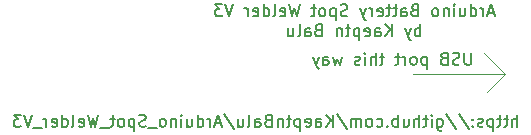
<source format=gbr>
G04 #@! TF.FileFunction,Legend,Bot*
%FSLAX46Y46*%
G04 Gerber Fmt 4.6, Leading zero omitted, Abs format (unit mm)*
G04 Created by KiCad (PCBNEW 4.0.4-stable) date 09/01/17 08:26:27*
%MOMM*%
%LPD*%
G01*
G04 APERTURE LIST*
%ADD10C,0.100000*%
%ADD11C,0.200000*%
G04 APERTURE END LIST*
D10*
X114750000Y-85000000D02*
X113250000Y-86500000D01*
X113000000Y-83250000D02*
X114750000Y-85000000D01*
X114750000Y-85000000D02*
X113000000Y-83250000D01*
X107000000Y-85000000D02*
X114750000Y-85000000D01*
D11*
X111892858Y-83202381D02*
X111892858Y-84011905D01*
X111845239Y-84107143D01*
X111797620Y-84154762D01*
X111702382Y-84202381D01*
X111511905Y-84202381D01*
X111416667Y-84154762D01*
X111369048Y-84107143D01*
X111321429Y-84011905D01*
X111321429Y-83202381D01*
X110892858Y-84154762D02*
X110750001Y-84202381D01*
X110511905Y-84202381D01*
X110416667Y-84154762D01*
X110369048Y-84107143D01*
X110321429Y-84011905D01*
X110321429Y-83916667D01*
X110369048Y-83821429D01*
X110416667Y-83773810D01*
X110511905Y-83726190D01*
X110702382Y-83678571D01*
X110797620Y-83630952D01*
X110845239Y-83583333D01*
X110892858Y-83488095D01*
X110892858Y-83392857D01*
X110845239Y-83297619D01*
X110797620Y-83250000D01*
X110702382Y-83202381D01*
X110464286Y-83202381D01*
X110321429Y-83250000D01*
X109559524Y-83678571D02*
X109416667Y-83726190D01*
X109369048Y-83773810D01*
X109321429Y-83869048D01*
X109321429Y-84011905D01*
X109369048Y-84107143D01*
X109416667Y-84154762D01*
X109511905Y-84202381D01*
X109892858Y-84202381D01*
X109892858Y-83202381D01*
X109559524Y-83202381D01*
X109464286Y-83250000D01*
X109416667Y-83297619D01*
X109369048Y-83392857D01*
X109369048Y-83488095D01*
X109416667Y-83583333D01*
X109464286Y-83630952D01*
X109559524Y-83678571D01*
X109892858Y-83678571D01*
X108130953Y-83535714D02*
X108130953Y-84535714D01*
X108130953Y-83583333D02*
X108035715Y-83535714D01*
X107845238Y-83535714D01*
X107750000Y-83583333D01*
X107702381Y-83630952D01*
X107654762Y-83726190D01*
X107654762Y-84011905D01*
X107702381Y-84107143D01*
X107750000Y-84154762D01*
X107845238Y-84202381D01*
X108035715Y-84202381D01*
X108130953Y-84154762D01*
X107083334Y-84202381D02*
X107178572Y-84154762D01*
X107226191Y-84107143D01*
X107273810Y-84011905D01*
X107273810Y-83726190D01*
X107226191Y-83630952D01*
X107178572Y-83583333D01*
X107083334Y-83535714D01*
X106940476Y-83535714D01*
X106845238Y-83583333D01*
X106797619Y-83630952D01*
X106750000Y-83726190D01*
X106750000Y-84011905D01*
X106797619Y-84107143D01*
X106845238Y-84154762D01*
X106940476Y-84202381D01*
X107083334Y-84202381D01*
X106321429Y-84202381D02*
X106321429Y-83535714D01*
X106321429Y-83726190D02*
X106273810Y-83630952D01*
X106226191Y-83583333D01*
X106130953Y-83535714D01*
X106035714Y-83535714D01*
X105845238Y-83535714D02*
X105464286Y-83535714D01*
X105702381Y-83202381D02*
X105702381Y-84059524D01*
X105654762Y-84154762D01*
X105559524Y-84202381D01*
X105464286Y-84202381D01*
X104511904Y-83535714D02*
X104130952Y-83535714D01*
X104369047Y-83202381D02*
X104369047Y-84059524D01*
X104321428Y-84154762D01*
X104226190Y-84202381D01*
X104130952Y-84202381D01*
X103797618Y-84202381D02*
X103797618Y-83202381D01*
X103369046Y-84202381D02*
X103369046Y-83678571D01*
X103416665Y-83583333D01*
X103511903Y-83535714D01*
X103654761Y-83535714D01*
X103749999Y-83583333D01*
X103797618Y-83630952D01*
X102892856Y-84202381D02*
X102892856Y-83535714D01*
X102892856Y-83202381D02*
X102940475Y-83250000D01*
X102892856Y-83297619D01*
X102845237Y-83250000D01*
X102892856Y-83202381D01*
X102892856Y-83297619D01*
X102464285Y-84154762D02*
X102369047Y-84202381D01*
X102178571Y-84202381D01*
X102083332Y-84154762D01*
X102035713Y-84059524D01*
X102035713Y-84011905D01*
X102083332Y-83916667D01*
X102178571Y-83869048D01*
X102321428Y-83869048D01*
X102416666Y-83821429D01*
X102464285Y-83726190D01*
X102464285Y-83678571D01*
X102416666Y-83583333D01*
X102321428Y-83535714D01*
X102178571Y-83535714D01*
X102083332Y-83583333D01*
X100940475Y-83535714D02*
X100749999Y-84202381D01*
X100559522Y-83726190D01*
X100369046Y-84202381D01*
X100178570Y-83535714D01*
X99369046Y-84202381D02*
X99369046Y-83678571D01*
X99416665Y-83583333D01*
X99511903Y-83535714D01*
X99702380Y-83535714D01*
X99797618Y-83583333D01*
X99369046Y-84154762D02*
X99464284Y-84202381D01*
X99702380Y-84202381D01*
X99797618Y-84154762D01*
X99845237Y-84059524D01*
X99845237Y-83964286D01*
X99797618Y-83869048D01*
X99702380Y-83821429D01*
X99464284Y-83821429D01*
X99369046Y-83773810D01*
X98988094Y-83535714D02*
X98749999Y-84202381D01*
X98511903Y-83535714D02*
X98749999Y-84202381D01*
X98845237Y-84440476D01*
X98892856Y-84488095D01*
X98988094Y-84535714D01*
X115785717Y-89452381D02*
X115785717Y-88452381D01*
X115357145Y-89452381D02*
X115357145Y-88928571D01*
X115404764Y-88833333D01*
X115500002Y-88785714D01*
X115642860Y-88785714D01*
X115738098Y-88833333D01*
X115785717Y-88880952D01*
X115023812Y-88785714D02*
X114642860Y-88785714D01*
X114880955Y-88452381D02*
X114880955Y-89309524D01*
X114833336Y-89404762D01*
X114738098Y-89452381D01*
X114642860Y-89452381D01*
X114452383Y-88785714D02*
X114071431Y-88785714D01*
X114309526Y-88452381D02*
X114309526Y-89309524D01*
X114261907Y-89404762D01*
X114166669Y-89452381D01*
X114071431Y-89452381D01*
X113738097Y-88785714D02*
X113738097Y-89785714D01*
X113738097Y-88833333D02*
X113642859Y-88785714D01*
X113452382Y-88785714D01*
X113357144Y-88833333D01*
X113309525Y-88880952D01*
X113261906Y-88976190D01*
X113261906Y-89261905D01*
X113309525Y-89357143D01*
X113357144Y-89404762D01*
X113452382Y-89452381D01*
X113642859Y-89452381D01*
X113738097Y-89404762D01*
X112880954Y-89404762D02*
X112785716Y-89452381D01*
X112595240Y-89452381D01*
X112500001Y-89404762D01*
X112452382Y-89309524D01*
X112452382Y-89261905D01*
X112500001Y-89166667D01*
X112595240Y-89119048D01*
X112738097Y-89119048D01*
X112833335Y-89071429D01*
X112880954Y-88976190D01*
X112880954Y-88928571D01*
X112833335Y-88833333D01*
X112738097Y-88785714D01*
X112595240Y-88785714D01*
X112500001Y-88833333D01*
X112023811Y-89357143D02*
X111976192Y-89404762D01*
X112023811Y-89452381D01*
X112071430Y-89404762D01*
X112023811Y-89357143D01*
X112023811Y-89452381D01*
X112023811Y-88833333D02*
X111976192Y-88880952D01*
X112023811Y-88928571D01*
X112071430Y-88880952D01*
X112023811Y-88833333D01*
X112023811Y-88928571D01*
X110833335Y-88404762D02*
X111690478Y-89690476D01*
X109785716Y-88404762D02*
X110642859Y-89690476D01*
X109023811Y-88785714D02*
X109023811Y-89595238D01*
X109071430Y-89690476D01*
X109119049Y-89738095D01*
X109214288Y-89785714D01*
X109357145Y-89785714D01*
X109452383Y-89738095D01*
X109023811Y-89404762D02*
X109119049Y-89452381D01*
X109309526Y-89452381D01*
X109404764Y-89404762D01*
X109452383Y-89357143D01*
X109500002Y-89261905D01*
X109500002Y-88976190D01*
X109452383Y-88880952D01*
X109404764Y-88833333D01*
X109309526Y-88785714D01*
X109119049Y-88785714D01*
X109023811Y-88833333D01*
X108547621Y-89452381D02*
X108547621Y-88785714D01*
X108547621Y-88452381D02*
X108595240Y-88500000D01*
X108547621Y-88547619D01*
X108500002Y-88500000D01*
X108547621Y-88452381D01*
X108547621Y-88547619D01*
X108214288Y-88785714D02*
X107833336Y-88785714D01*
X108071431Y-88452381D02*
X108071431Y-89309524D01*
X108023812Y-89404762D01*
X107928574Y-89452381D01*
X107833336Y-89452381D01*
X107500002Y-89452381D02*
X107500002Y-88452381D01*
X107071430Y-89452381D02*
X107071430Y-88928571D01*
X107119049Y-88833333D01*
X107214287Y-88785714D01*
X107357145Y-88785714D01*
X107452383Y-88833333D01*
X107500002Y-88880952D01*
X106166668Y-88785714D02*
X106166668Y-89452381D01*
X106595240Y-88785714D02*
X106595240Y-89309524D01*
X106547621Y-89404762D01*
X106452383Y-89452381D01*
X106309525Y-89452381D01*
X106214287Y-89404762D01*
X106166668Y-89357143D01*
X105690478Y-89452381D02*
X105690478Y-88452381D01*
X105690478Y-88833333D02*
X105595240Y-88785714D01*
X105404763Y-88785714D01*
X105309525Y-88833333D01*
X105261906Y-88880952D01*
X105214287Y-88976190D01*
X105214287Y-89261905D01*
X105261906Y-89357143D01*
X105309525Y-89404762D01*
X105404763Y-89452381D01*
X105595240Y-89452381D01*
X105690478Y-89404762D01*
X104785716Y-89357143D02*
X104738097Y-89404762D01*
X104785716Y-89452381D01*
X104833335Y-89404762D01*
X104785716Y-89357143D01*
X104785716Y-89452381D01*
X103880954Y-89404762D02*
X103976192Y-89452381D01*
X104166669Y-89452381D01*
X104261907Y-89404762D01*
X104309526Y-89357143D01*
X104357145Y-89261905D01*
X104357145Y-88976190D01*
X104309526Y-88880952D01*
X104261907Y-88833333D01*
X104166669Y-88785714D01*
X103976192Y-88785714D01*
X103880954Y-88833333D01*
X103309526Y-89452381D02*
X103404764Y-89404762D01*
X103452383Y-89357143D01*
X103500002Y-89261905D01*
X103500002Y-88976190D01*
X103452383Y-88880952D01*
X103404764Y-88833333D01*
X103309526Y-88785714D01*
X103166668Y-88785714D01*
X103071430Y-88833333D01*
X103023811Y-88880952D01*
X102976192Y-88976190D01*
X102976192Y-89261905D01*
X103023811Y-89357143D01*
X103071430Y-89404762D01*
X103166668Y-89452381D01*
X103309526Y-89452381D01*
X102547621Y-89452381D02*
X102547621Y-88785714D01*
X102547621Y-88880952D02*
X102500002Y-88833333D01*
X102404764Y-88785714D01*
X102261906Y-88785714D01*
X102166668Y-88833333D01*
X102119049Y-88928571D01*
X102119049Y-89452381D01*
X102119049Y-88928571D02*
X102071430Y-88833333D01*
X101976192Y-88785714D01*
X101833335Y-88785714D01*
X101738097Y-88833333D01*
X101690478Y-88928571D01*
X101690478Y-89452381D01*
X100500002Y-88404762D02*
X101357145Y-89690476D01*
X100166669Y-89452381D02*
X100166669Y-88452381D01*
X99595240Y-89452381D02*
X100023812Y-88880952D01*
X99595240Y-88452381D02*
X100166669Y-89023810D01*
X98738097Y-89452381D02*
X98738097Y-88928571D01*
X98785716Y-88833333D01*
X98880954Y-88785714D01*
X99071431Y-88785714D01*
X99166669Y-88833333D01*
X98738097Y-89404762D02*
X98833335Y-89452381D01*
X99071431Y-89452381D01*
X99166669Y-89404762D01*
X99214288Y-89309524D01*
X99214288Y-89214286D01*
X99166669Y-89119048D01*
X99071431Y-89071429D01*
X98833335Y-89071429D01*
X98738097Y-89023810D01*
X97880954Y-89404762D02*
X97976192Y-89452381D01*
X98166669Y-89452381D01*
X98261907Y-89404762D01*
X98309526Y-89309524D01*
X98309526Y-88928571D01*
X98261907Y-88833333D01*
X98166669Y-88785714D01*
X97976192Y-88785714D01*
X97880954Y-88833333D01*
X97833335Y-88928571D01*
X97833335Y-89023810D01*
X98309526Y-89119048D01*
X97404764Y-88785714D02*
X97404764Y-89785714D01*
X97404764Y-88833333D02*
X97309526Y-88785714D01*
X97119049Y-88785714D01*
X97023811Y-88833333D01*
X96976192Y-88880952D01*
X96928573Y-88976190D01*
X96928573Y-89261905D01*
X96976192Y-89357143D01*
X97023811Y-89404762D01*
X97119049Y-89452381D01*
X97309526Y-89452381D01*
X97404764Y-89404762D01*
X96642859Y-88785714D02*
X96261907Y-88785714D01*
X96500002Y-88452381D02*
X96500002Y-89309524D01*
X96452383Y-89404762D01*
X96357145Y-89452381D01*
X96261907Y-89452381D01*
X95928573Y-88785714D02*
X95928573Y-89452381D01*
X95928573Y-88880952D02*
X95880954Y-88833333D01*
X95785716Y-88785714D01*
X95642858Y-88785714D01*
X95547620Y-88833333D01*
X95500001Y-88928571D01*
X95500001Y-89452381D01*
X94690477Y-88928571D02*
X94547620Y-88976190D01*
X94500001Y-89023810D01*
X94452382Y-89119048D01*
X94452382Y-89261905D01*
X94500001Y-89357143D01*
X94547620Y-89404762D01*
X94642858Y-89452381D01*
X95023811Y-89452381D01*
X95023811Y-88452381D01*
X94690477Y-88452381D01*
X94595239Y-88500000D01*
X94547620Y-88547619D01*
X94500001Y-88642857D01*
X94500001Y-88738095D01*
X94547620Y-88833333D01*
X94595239Y-88880952D01*
X94690477Y-88928571D01*
X95023811Y-88928571D01*
X93595239Y-89452381D02*
X93595239Y-88928571D01*
X93642858Y-88833333D01*
X93738096Y-88785714D01*
X93928573Y-88785714D01*
X94023811Y-88833333D01*
X93595239Y-89404762D02*
X93690477Y-89452381D01*
X93928573Y-89452381D01*
X94023811Y-89404762D01*
X94071430Y-89309524D01*
X94071430Y-89214286D01*
X94023811Y-89119048D01*
X93928573Y-89071429D01*
X93690477Y-89071429D01*
X93595239Y-89023810D01*
X92976192Y-89452381D02*
X93071430Y-89404762D01*
X93119049Y-89309524D01*
X93119049Y-88452381D01*
X92166667Y-88785714D02*
X92166667Y-89452381D01*
X92595239Y-88785714D02*
X92595239Y-89309524D01*
X92547620Y-89404762D01*
X92452382Y-89452381D01*
X92309524Y-89452381D01*
X92214286Y-89404762D01*
X92166667Y-89357143D01*
X90976191Y-88404762D02*
X91833334Y-89690476D01*
X90690477Y-89166667D02*
X90214286Y-89166667D01*
X90785715Y-89452381D02*
X90452382Y-88452381D01*
X90119048Y-89452381D01*
X89785715Y-89452381D02*
X89785715Y-88785714D01*
X89785715Y-88976190D02*
X89738096Y-88880952D01*
X89690477Y-88833333D01*
X89595239Y-88785714D01*
X89500000Y-88785714D01*
X88738095Y-89452381D02*
X88738095Y-88452381D01*
X88738095Y-89404762D02*
X88833333Y-89452381D01*
X89023810Y-89452381D01*
X89119048Y-89404762D01*
X89166667Y-89357143D01*
X89214286Y-89261905D01*
X89214286Y-88976190D01*
X89166667Y-88880952D01*
X89119048Y-88833333D01*
X89023810Y-88785714D01*
X88833333Y-88785714D01*
X88738095Y-88833333D01*
X87833333Y-88785714D02*
X87833333Y-89452381D01*
X88261905Y-88785714D02*
X88261905Y-89309524D01*
X88214286Y-89404762D01*
X88119048Y-89452381D01*
X87976190Y-89452381D01*
X87880952Y-89404762D01*
X87833333Y-89357143D01*
X87357143Y-89452381D02*
X87357143Y-88785714D01*
X87357143Y-88452381D02*
X87404762Y-88500000D01*
X87357143Y-88547619D01*
X87309524Y-88500000D01*
X87357143Y-88452381D01*
X87357143Y-88547619D01*
X86880953Y-88785714D02*
X86880953Y-89452381D01*
X86880953Y-88880952D02*
X86833334Y-88833333D01*
X86738096Y-88785714D01*
X86595238Y-88785714D01*
X86500000Y-88833333D01*
X86452381Y-88928571D01*
X86452381Y-89452381D01*
X85833334Y-89452381D02*
X85928572Y-89404762D01*
X85976191Y-89357143D01*
X86023810Y-89261905D01*
X86023810Y-88976190D01*
X85976191Y-88880952D01*
X85928572Y-88833333D01*
X85833334Y-88785714D01*
X85690476Y-88785714D01*
X85595238Y-88833333D01*
X85547619Y-88880952D01*
X85500000Y-88976190D01*
X85500000Y-89261905D01*
X85547619Y-89357143D01*
X85595238Y-89404762D01*
X85690476Y-89452381D01*
X85833334Y-89452381D01*
X85309524Y-89547619D02*
X84547619Y-89547619D01*
X84357143Y-89404762D02*
X84214286Y-89452381D01*
X83976190Y-89452381D01*
X83880952Y-89404762D01*
X83833333Y-89357143D01*
X83785714Y-89261905D01*
X83785714Y-89166667D01*
X83833333Y-89071429D01*
X83880952Y-89023810D01*
X83976190Y-88976190D01*
X84166667Y-88928571D01*
X84261905Y-88880952D01*
X84309524Y-88833333D01*
X84357143Y-88738095D01*
X84357143Y-88642857D01*
X84309524Y-88547619D01*
X84261905Y-88500000D01*
X84166667Y-88452381D01*
X83928571Y-88452381D01*
X83785714Y-88500000D01*
X83357143Y-88785714D02*
X83357143Y-89785714D01*
X83357143Y-88833333D02*
X83261905Y-88785714D01*
X83071428Y-88785714D01*
X82976190Y-88833333D01*
X82928571Y-88880952D01*
X82880952Y-88976190D01*
X82880952Y-89261905D01*
X82928571Y-89357143D01*
X82976190Y-89404762D01*
X83071428Y-89452381D01*
X83261905Y-89452381D01*
X83357143Y-89404762D01*
X82309524Y-89452381D02*
X82404762Y-89404762D01*
X82452381Y-89357143D01*
X82500000Y-89261905D01*
X82500000Y-88976190D01*
X82452381Y-88880952D01*
X82404762Y-88833333D01*
X82309524Y-88785714D01*
X82166666Y-88785714D01*
X82071428Y-88833333D01*
X82023809Y-88880952D01*
X81976190Y-88976190D01*
X81976190Y-89261905D01*
X82023809Y-89357143D01*
X82071428Y-89404762D01*
X82166666Y-89452381D01*
X82309524Y-89452381D01*
X81690476Y-88785714D02*
X81309524Y-88785714D01*
X81547619Y-88452381D02*
X81547619Y-89309524D01*
X81500000Y-89404762D01*
X81404762Y-89452381D01*
X81309524Y-89452381D01*
X81214285Y-89547619D02*
X80452380Y-89547619D01*
X80309523Y-88452381D02*
X80071428Y-89452381D01*
X79880951Y-88738095D01*
X79690475Y-89452381D01*
X79452380Y-88452381D01*
X78690475Y-89404762D02*
X78785713Y-89452381D01*
X78976190Y-89452381D01*
X79071428Y-89404762D01*
X79119047Y-89309524D01*
X79119047Y-88928571D01*
X79071428Y-88833333D01*
X78976190Y-88785714D01*
X78785713Y-88785714D01*
X78690475Y-88833333D01*
X78642856Y-88928571D01*
X78642856Y-89023810D01*
X79119047Y-89119048D01*
X78071428Y-89452381D02*
X78166666Y-89404762D01*
X78214285Y-89309524D01*
X78214285Y-88452381D01*
X77261903Y-89452381D02*
X77261903Y-88452381D01*
X77261903Y-89404762D02*
X77357141Y-89452381D01*
X77547618Y-89452381D01*
X77642856Y-89404762D01*
X77690475Y-89357143D01*
X77738094Y-89261905D01*
X77738094Y-88976190D01*
X77690475Y-88880952D01*
X77642856Y-88833333D01*
X77547618Y-88785714D01*
X77357141Y-88785714D01*
X77261903Y-88833333D01*
X76404760Y-89404762D02*
X76499998Y-89452381D01*
X76690475Y-89452381D01*
X76785713Y-89404762D01*
X76833332Y-89309524D01*
X76833332Y-88928571D01*
X76785713Y-88833333D01*
X76690475Y-88785714D01*
X76499998Y-88785714D01*
X76404760Y-88833333D01*
X76357141Y-88928571D01*
X76357141Y-89023810D01*
X76833332Y-89119048D01*
X75928570Y-89452381D02*
X75928570Y-88785714D01*
X75928570Y-88976190D02*
X75880951Y-88880952D01*
X75833332Y-88833333D01*
X75738094Y-88785714D01*
X75642855Y-88785714D01*
X75547617Y-89547619D02*
X74785712Y-89547619D01*
X74690474Y-88452381D02*
X74357141Y-89452381D01*
X74023807Y-88452381D01*
X73785712Y-88452381D02*
X73166664Y-88452381D01*
X73499998Y-88833333D01*
X73357140Y-88833333D01*
X73261902Y-88880952D01*
X73214283Y-88928571D01*
X73166664Y-89023810D01*
X73166664Y-89261905D01*
X73214283Y-89357143D01*
X73261902Y-89404762D01*
X73357140Y-89452381D01*
X73642855Y-89452381D01*
X73738093Y-89404762D01*
X73785712Y-89357143D01*
X113785717Y-79816667D02*
X113309526Y-79816667D01*
X113880955Y-80102381D02*
X113547622Y-79102381D01*
X113214288Y-80102381D01*
X112880955Y-80102381D02*
X112880955Y-79435714D01*
X112880955Y-79626190D02*
X112833336Y-79530952D01*
X112785717Y-79483333D01*
X112690479Y-79435714D01*
X112595240Y-79435714D01*
X111833335Y-80102381D02*
X111833335Y-79102381D01*
X111833335Y-80054762D02*
X111928573Y-80102381D01*
X112119050Y-80102381D01*
X112214288Y-80054762D01*
X112261907Y-80007143D01*
X112309526Y-79911905D01*
X112309526Y-79626190D01*
X112261907Y-79530952D01*
X112214288Y-79483333D01*
X112119050Y-79435714D01*
X111928573Y-79435714D01*
X111833335Y-79483333D01*
X110928573Y-79435714D02*
X110928573Y-80102381D01*
X111357145Y-79435714D02*
X111357145Y-79959524D01*
X111309526Y-80054762D01*
X111214288Y-80102381D01*
X111071430Y-80102381D01*
X110976192Y-80054762D01*
X110928573Y-80007143D01*
X110452383Y-80102381D02*
X110452383Y-79435714D01*
X110452383Y-79102381D02*
X110500002Y-79150000D01*
X110452383Y-79197619D01*
X110404764Y-79150000D01*
X110452383Y-79102381D01*
X110452383Y-79197619D01*
X109976193Y-79435714D02*
X109976193Y-80102381D01*
X109976193Y-79530952D02*
X109928574Y-79483333D01*
X109833336Y-79435714D01*
X109690478Y-79435714D01*
X109595240Y-79483333D01*
X109547621Y-79578571D01*
X109547621Y-80102381D01*
X108928574Y-80102381D02*
X109023812Y-80054762D01*
X109071431Y-80007143D01*
X109119050Y-79911905D01*
X109119050Y-79626190D01*
X109071431Y-79530952D01*
X109023812Y-79483333D01*
X108928574Y-79435714D01*
X108785716Y-79435714D01*
X108690478Y-79483333D01*
X108642859Y-79530952D01*
X108595240Y-79626190D01*
X108595240Y-79911905D01*
X108642859Y-80007143D01*
X108690478Y-80054762D01*
X108785716Y-80102381D01*
X108928574Y-80102381D01*
X107071430Y-79578571D02*
X106928573Y-79626190D01*
X106880954Y-79673810D01*
X106833335Y-79769048D01*
X106833335Y-79911905D01*
X106880954Y-80007143D01*
X106928573Y-80054762D01*
X107023811Y-80102381D01*
X107404764Y-80102381D01*
X107404764Y-79102381D01*
X107071430Y-79102381D01*
X106976192Y-79150000D01*
X106928573Y-79197619D01*
X106880954Y-79292857D01*
X106880954Y-79388095D01*
X106928573Y-79483333D01*
X106976192Y-79530952D01*
X107071430Y-79578571D01*
X107404764Y-79578571D01*
X105976192Y-80102381D02*
X105976192Y-79578571D01*
X106023811Y-79483333D01*
X106119049Y-79435714D01*
X106309526Y-79435714D01*
X106404764Y-79483333D01*
X105976192Y-80054762D02*
X106071430Y-80102381D01*
X106309526Y-80102381D01*
X106404764Y-80054762D01*
X106452383Y-79959524D01*
X106452383Y-79864286D01*
X106404764Y-79769048D01*
X106309526Y-79721429D01*
X106071430Y-79721429D01*
X105976192Y-79673810D01*
X105642859Y-79435714D02*
X105261907Y-79435714D01*
X105500002Y-79102381D02*
X105500002Y-79959524D01*
X105452383Y-80054762D01*
X105357145Y-80102381D01*
X105261907Y-80102381D01*
X105071430Y-79435714D02*
X104690478Y-79435714D01*
X104928573Y-79102381D02*
X104928573Y-79959524D01*
X104880954Y-80054762D01*
X104785716Y-80102381D01*
X104690478Y-80102381D01*
X103976191Y-80054762D02*
X104071429Y-80102381D01*
X104261906Y-80102381D01*
X104357144Y-80054762D01*
X104404763Y-79959524D01*
X104404763Y-79578571D01*
X104357144Y-79483333D01*
X104261906Y-79435714D01*
X104071429Y-79435714D01*
X103976191Y-79483333D01*
X103928572Y-79578571D01*
X103928572Y-79673810D01*
X104404763Y-79769048D01*
X103500001Y-80102381D02*
X103500001Y-79435714D01*
X103500001Y-79626190D02*
X103452382Y-79530952D01*
X103404763Y-79483333D01*
X103309525Y-79435714D01*
X103214286Y-79435714D01*
X102976191Y-79435714D02*
X102738096Y-80102381D01*
X102500000Y-79435714D02*
X102738096Y-80102381D01*
X102833334Y-80340476D01*
X102880953Y-80388095D01*
X102976191Y-80435714D01*
X101404762Y-80054762D02*
X101261905Y-80102381D01*
X101023809Y-80102381D01*
X100928571Y-80054762D01*
X100880952Y-80007143D01*
X100833333Y-79911905D01*
X100833333Y-79816667D01*
X100880952Y-79721429D01*
X100928571Y-79673810D01*
X101023809Y-79626190D01*
X101214286Y-79578571D01*
X101309524Y-79530952D01*
X101357143Y-79483333D01*
X101404762Y-79388095D01*
X101404762Y-79292857D01*
X101357143Y-79197619D01*
X101309524Y-79150000D01*
X101214286Y-79102381D01*
X100976190Y-79102381D01*
X100833333Y-79150000D01*
X100404762Y-79435714D02*
X100404762Y-80435714D01*
X100404762Y-79483333D02*
X100309524Y-79435714D01*
X100119047Y-79435714D01*
X100023809Y-79483333D01*
X99976190Y-79530952D01*
X99928571Y-79626190D01*
X99928571Y-79911905D01*
X99976190Y-80007143D01*
X100023809Y-80054762D01*
X100119047Y-80102381D01*
X100309524Y-80102381D01*
X100404762Y-80054762D01*
X99357143Y-80102381D02*
X99452381Y-80054762D01*
X99500000Y-80007143D01*
X99547619Y-79911905D01*
X99547619Y-79626190D01*
X99500000Y-79530952D01*
X99452381Y-79483333D01*
X99357143Y-79435714D01*
X99214285Y-79435714D01*
X99119047Y-79483333D01*
X99071428Y-79530952D01*
X99023809Y-79626190D01*
X99023809Y-79911905D01*
X99071428Y-80007143D01*
X99119047Y-80054762D01*
X99214285Y-80102381D01*
X99357143Y-80102381D01*
X98738095Y-79435714D02*
X98357143Y-79435714D01*
X98595238Y-79102381D02*
X98595238Y-79959524D01*
X98547619Y-80054762D01*
X98452381Y-80102381D01*
X98357143Y-80102381D01*
X97357142Y-79102381D02*
X97119047Y-80102381D01*
X96928570Y-79388095D01*
X96738094Y-80102381D01*
X96499999Y-79102381D01*
X95738094Y-80054762D02*
X95833332Y-80102381D01*
X96023809Y-80102381D01*
X96119047Y-80054762D01*
X96166666Y-79959524D01*
X96166666Y-79578571D01*
X96119047Y-79483333D01*
X96023809Y-79435714D01*
X95833332Y-79435714D01*
X95738094Y-79483333D01*
X95690475Y-79578571D01*
X95690475Y-79673810D01*
X96166666Y-79769048D01*
X95119047Y-80102381D02*
X95214285Y-80054762D01*
X95261904Y-79959524D01*
X95261904Y-79102381D01*
X94309522Y-80102381D02*
X94309522Y-79102381D01*
X94309522Y-80054762D02*
X94404760Y-80102381D01*
X94595237Y-80102381D01*
X94690475Y-80054762D01*
X94738094Y-80007143D01*
X94785713Y-79911905D01*
X94785713Y-79626190D01*
X94738094Y-79530952D01*
X94690475Y-79483333D01*
X94595237Y-79435714D01*
X94404760Y-79435714D01*
X94309522Y-79483333D01*
X93452379Y-80054762D02*
X93547617Y-80102381D01*
X93738094Y-80102381D01*
X93833332Y-80054762D01*
X93880951Y-79959524D01*
X93880951Y-79578571D01*
X93833332Y-79483333D01*
X93738094Y-79435714D01*
X93547617Y-79435714D01*
X93452379Y-79483333D01*
X93404760Y-79578571D01*
X93404760Y-79673810D01*
X93880951Y-79769048D01*
X92976189Y-80102381D02*
X92976189Y-79435714D01*
X92976189Y-79626190D02*
X92928570Y-79530952D01*
X92880951Y-79483333D01*
X92785713Y-79435714D01*
X92690474Y-79435714D01*
X91738093Y-79102381D02*
X91404760Y-80102381D01*
X91071426Y-79102381D01*
X90833331Y-79102381D02*
X90214283Y-79102381D01*
X90547617Y-79483333D01*
X90404759Y-79483333D01*
X90309521Y-79530952D01*
X90261902Y-79578571D01*
X90214283Y-79673810D01*
X90214283Y-79911905D01*
X90261902Y-80007143D01*
X90309521Y-80054762D01*
X90404759Y-80102381D01*
X90690474Y-80102381D01*
X90785712Y-80054762D01*
X90833331Y-80007143D01*
X107595239Y-81802381D02*
X107595239Y-80802381D01*
X107595239Y-81183333D02*
X107500001Y-81135714D01*
X107309524Y-81135714D01*
X107214286Y-81183333D01*
X107166667Y-81230952D01*
X107119048Y-81326190D01*
X107119048Y-81611905D01*
X107166667Y-81707143D01*
X107214286Y-81754762D01*
X107309524Y-81802381D01*
X107500001Y-81802381D01*
X107595239Y-81754762D01*
X106785715Y-81135714D02*
X106547620Y-81802381D01*
X106309524Y-81135714D02*
X106547620Y-81802381D01*
X106642858Y-82040476D01*
X106690477Y-82088095D01*
X106785715Y-82135714D01*
X105166667Y-81802381D02*
X105166667Y-80802381D01*
X104595238Y-81802381D02*
X105023810Y-81230952D01*
X104595238Y-80802381D02*
X105166667Y-81373810D01*
X103738095Y-81802381D02*
X103738095Y-81278571D01*
X103785714Y-81183333D01*
X103880952Y-81135714D01*
X104071429Y-81135714D01*
X104166667Y-81183333D01*
X103738095Y-81754762D02*
X103833333Y-81802381D01*
X104071429Y-81802381D01*
X104166667Y-81754762D01*
X104214286Y-81659524D01*
X104214286Y-81564286D01*
X104166667Y-81469048D01*
X104071429Y-81421429D01*
X103833333Y-81421429D01*
X103738095Y-81373810D01*
X102880952Y-81754762D02*
X102976190Y-81802381D01*
X103166667Y-81802381D01*
X103261905Y-81754762D01*
X103309524Y-81659524D01*
X103309524Y-81278571D01*
X103261905Y-81183333D01*
X103166667Y-81135714D01*
X102976190Y-81135714D01*
X102880952Y-81183333D01*
X102833333Y-81278571D01*
X102833333Y-81373810D01*
X103309524Y-81469048D01*
X102404762Y-81135714D02*
X102404762Y-82135714D01*
X102404762Y-81183333D02*
X102309524Y-81135714D01*
X102119047Y-81135714D01*
X102023809Y-81183333D01*
X101976190Y-81230952D01*
X101928571Y-81326190D01*
X101928571Y-81611905D01*
X101976190Y-81707143D01*
X102023809Y-81754762D01*
X102119047Y-81802381D01*
X102309524Y-81802381D01*
X102404762Y-81754762D01*
X101642857Y-81135714D02*
X101261905Y-81135714D01*
X101500000Y-80802381D02*
X101500000Y-81659524D01*
X101452381Y-81754762D01*
X101357143Y-81802381D01*
X101261905Y-81802381D01*
X100928571Y-81135714D02*
X100928571Y-81802381D01*
X100928571Y-81230952D02*
X100880952Y-81183333D01*
X100785714Y-81135714D01*
X100642856Y-81135714D01*
X100547618Y-81183333D01*
X100499999Y-81278571D01*
X100499999Y-81802381D01*
X98928570Y-81278571D02*
X98785713Y-81326190D01*
X98738094Y-81373810D01*
X98690475Y-81469048D01*
X98690475Y-81611905D01*
X98738094Y-81707143D01*
X98785713Y-81754762D01*
X98880951Y-81802381D01*
X99261904Y-81802381D01*
X99261904Y-80802381D01*
X98928570Y-80802381D01*
X98833332Y-80850000D01*
X98785713Y-80897619D01*
X98738094Y-80992857D01*
X98738094Y-81088095D01*
X98785713Y-81183333D01*
X98833332Y-81230952D01*
X98928570Y-81278571D01*
X99261904Y-81278571D01*
X97833332Y-81802381D02*
X97833332Y-81278571D01*
X97880951Y-81183333D01*
X97976189Y-81135714D01*
X98166666Y-81135714D01*
X98261904Y-81183333D01*
X97833332Y-81754762D02*
X97928570Y-81802381D01*
X98166666Y-81802381D01*
X98261904Y-81754762D01*
X98309523Y-81659524D01*
X98309523Y-81564286D01*
X98261904Y-81469048D01*
X98166666Y-81421429D01*
X97928570Y-81421429D01*
X97833332Y-81373810D01*
X97214285Y-81802381D02*
X97309523Y-81754762D01*
X97357142Y-81659524D01*
X97357142Y-80802381D01*
X96404760Y-81135714D02*
X96404760Y-81802381D01*
X96833332Y-81135714D02*
X96833332Y-81659524D01*
X96785713Y-81754762D01*
X96690475Y-81802381D01*
X96547617Y-81802381D01*
X96452379Y-81754762D01*
X96404760Y-81707143D01*
M02*

</source>
